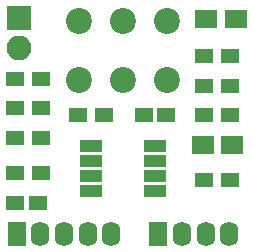
<source format=gts>
G04 #@! TF.FileFunction,Soldermask,Top*
%FSLAX46Y46*%
G04 Gerber Fmt 4.6, Leading zero omitted, Abs format (unit mm)*
G04 Created by KiCad (PCBNEW 4.0.4-1.fc24-product) date Tue Jun  5 15:03:07 2018*
%MOMM*%
%LPD*%
G01*
G04 APERTURE LIST*
%ADD10C,0.100000*%
%ADD11C,2.200000*%
%ADD12R,1.600000X1.300000*%
%ADD13R,2.100000X2.100000*%
%ADD14O,2.100000X2.100000*%
%ADD15R,1.950000X1.000000*%
%ADD16R,1.900000X1.650000*%
%ADD17R,1.600000X1.150000*%
%ADD18R,1.600000X2.100000*%
%ADD19O,1.600000X2.100000*%
G04 APERTURE END LIST*
D10*
D11*
X155750000Y-73500000D03*
X152000000Y-73500000D03*
X148250000Y-73500000D03*
X155750000Y-78500000D03*
X152000000Y-78500000D03*
X148250000Y-78500000D03*
D12*
X142900000Y-86400000D03*
X145100000Y-86400000D03*
X142900000Y-83400000D03*
X145100000Y-83400000D03*
D13*
X143200000Y-73260000D03*
D14*
X143200000Y-75800000D03*
D12*
X142900000Y-80900000D03*
X145100000Y-80900000D03*
X142900000Y-78400000D03*
X145100000Y-78400000D03*
D15*
X154700000Y-87905000D03*
X154700000Y-86635000D03*
X154700000Y-85365000D03*
X154700000Y-84095000D03*
X149300000Y-84095000D03*
X149300000Y-85365000D03*
X149300000Y-86635000D03*
X149300000Y-87905000D03*
D12*
X161100000Y-81500000D03*
X158900000Y-81500000D03*
X158900000Y-76500000D03*
X161100000Y-76500000D03*
D16*
X158750000Y-84000000D03*
X161250000Y-84000000D03*
D12*
X158900000Y-79000000D03*
X161100000Y-79000000D03*
X148200000Y-81500000D03*
X150400000Y-81500000D03*
X158900000Y-87000000D03*
X161100000Y-87000000D03*
D16*
X159050000Y-73300000D03*
X161550000Y-73300000D03*
D17*
X144800000Y-88900000D03*
X142900000Y-88900000D03*
X153750000Y-81500000D03*
X155650000Y-81500000D03*
D18*
X143000000Y-91500000D03*
D19*
X145000000Y-91500000D03*
X147000000Y-91500000D03*
X149000000Y-91500000D03*
X151000000Y-91500000D03*
D18*
X155000000Y-91500000D03*
D19*
X157000000Y-91500000D03*
X159000000Y-91500000D03*
X161000000Y-91500000D03*
M02*

</source>
